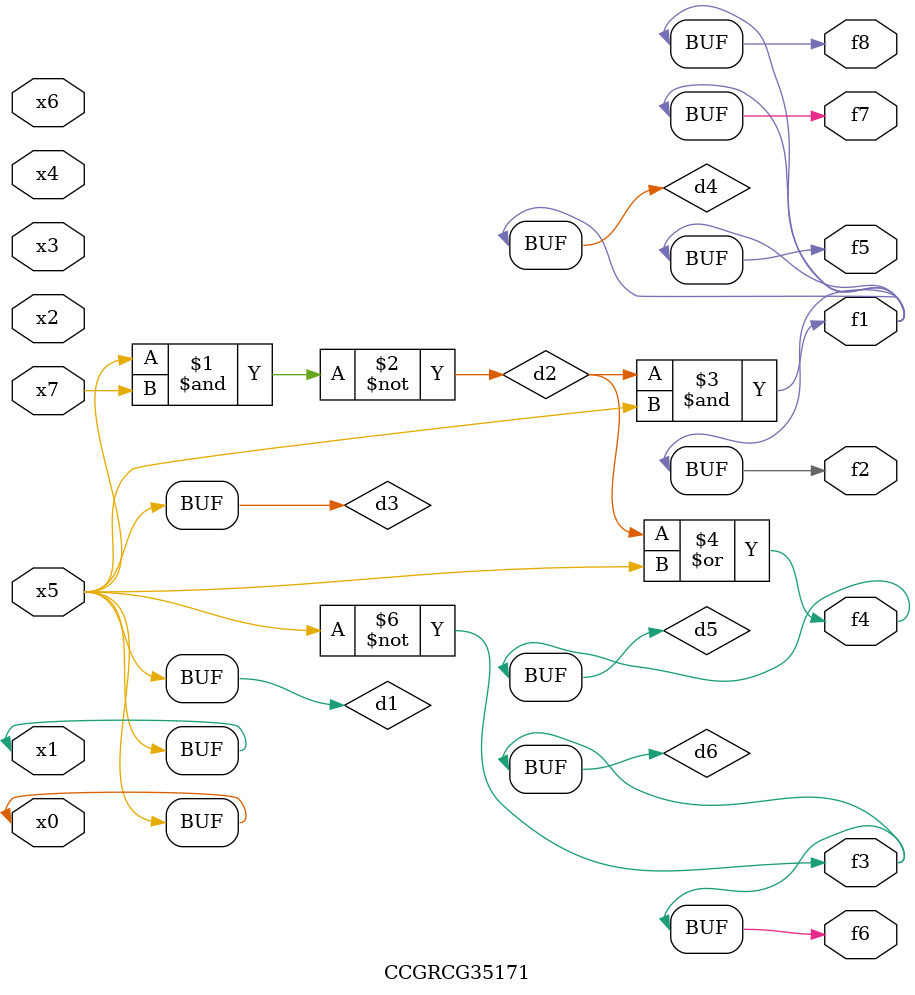
<source format=v>
module CCGRCG35171(
	input x0, x1, x2, x3, x4, x5, x6, x7,
	output f1, f2, f3, f4, f5, f6, f7, f8
);

	wire d1, d2, d3, d4, d5, d6;

	buf (d1, x0, x5);
	nand (d2, x5, x7);
	buf (d3, x0, x1);
	and (d4, d2, d3);
	or (d5, d2, d3);
	nor (d6, d1, d3);
	assign f1 = d4;
	assign f2 = d4;
	assign f3 = d6;
	assign f4 = d5;
	assign f5 = d4;
	assign f6 = d6;
	assign f7 = d4;
	assign f8 = d4;
endmodule

</source>
